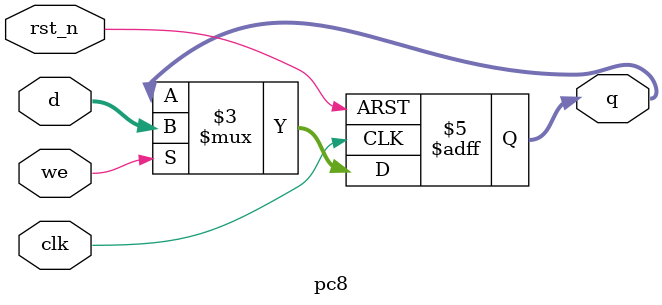
<source format=v>
module pc8(
    input  wire       clk,
    input  wire       rst_n,
    input  wire       we,
    input  wire [7:0] d,
    output reg  [7:0] q
);
    always @(posedge clk or negedge rst_n) begin
        if(!rst_n) begin
            q <= 8'd0;
        end else if(we) begin
            q <= d;
        end
    end
endmodule


</source>
